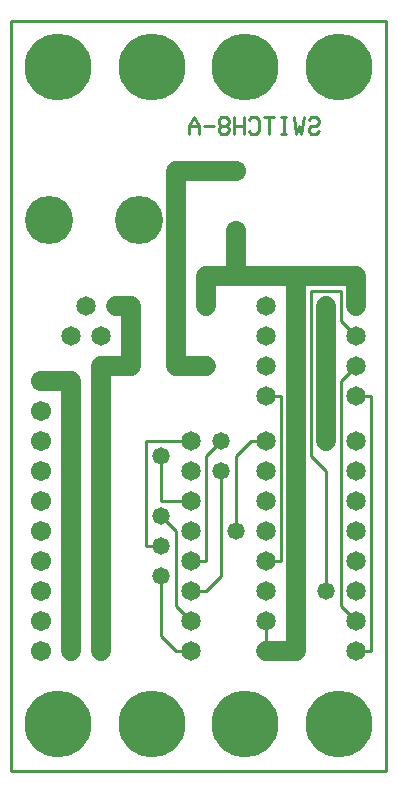
<source format=gbl>
%MOIN*%
%FSLAX25Y25*%
G04 D10 used for Character Trace; *
G04     Circle (OD=.01000) (No hole)*
G04 D11 used for Power Trace; *
G04     Circle (OD=.06700) (No hole)*
G04 D12 used for Signal Trace; *
G04     Circle (OD=.01100) (No hole)*
G04 D13 used for Via; *
G04     Circle (OD=.05800) (Round. Hole ID=.02800)*
G04 D14 used for Component hole; *
G04     Circle (OD=.06500) (Round. Hole ID=.03500)*
G04 D15 used for Component hole; *
G04     Circle (OD=.06700) (Round. Hole ID=.04300)*
G04 D16 used for Component hole; *
G04     Circle (OD=.08100) (Round. Hole ID=.05100)*
G04 D17 used for Component hole; *
G04     Circle (OD=.08900) (Round. Hole ID=.05900)*
G04 D18 used for Component hole; *
G04     Circle (OD=.11300) (Round. Hole ID=.08300)*
G04 D19 used for Component hole; *
G04     Circle (OD=.16000) (Round. Hole ID=.13000)*
G04 D20 used for Component hole; *
G04     Circle (OD=.18300) (Round. Hole ID=.15300)*
G04 D21 used for Component hole; *
G04     Circle (OD=.22291) (Round. Hole ID=.19291)*
%ADD10C,.01000*%
%ADD11C,.06700*%
%ADD12C,.01100*%
%ADD13C,.05800*%
%ADD14C,.06500*%
%ADD15C,.06700*%
%ADD16C,.08100*%
%ADD17C,.08900*%
%ADD18C,.11300*%
%ADD19C,.16000*%
%ADD20C,.18300*%
%ADD21C,.22291*%
%IPPOS*%
%LPD*%
G90*X0Y0D02*D21*X15625Y15625D03*D14*              
X30000Y40000D03*D11*Y50000D01*D14*D03*D11*        
Y60000D01*D14*D03*D11*Y70000D01*D14*D03*D11*      
Y80000D01*D14*D03*D11*Y90000D01*D14*D03*D11*      
Y100000D01*D14*D03*D11*Y110000D01*D14*D03*D11*    
Y135000D01*X40000D01*Y155000D01*X35000D01*D14*D03*
X30000Y145000D03*X25000Y155000D03*                
X20000Y145000D03*D11*X55000Y135000D02*X65000D01*  
D14*D03*D11*X55000D02*Y165000D01*D13*D03*D11*     
Y200000D01*X75000D01*D15*D03*D10*X99163Y216914D02*
X100000Y217871D01*X101674D01*X102511Y216914D01*   
Y215957D01*X101674Y215000D01*X100000D01*          
X99163Y214043D01*Y213086D01*X100000Y212129D01*    
X101674D01*X102511Y213086D01*X97511Y217871D02*    
X96674Y212129D01*X95837Y215000D01*                
X95000Y212129D01*X94163Y217871D01*                
X90837Y212129D02*Y217871D01*X91674Y212129D02*     
X90000D01*X91674Y217871D02*X90000D01*             
X85837Y212129D02*Y217871D01*X87511D02*X84163D01*  
X79163Y213086D02*X80000Y212129D01*X81674D01*      
X82511Y213086D01*Y216914D01*X81674Y217871D01*     
X80000D01*X79163Y216914D01*X77511Y212129D02*      
Y217871D01*X74163Y212129D02*Y217871D01*           
X77511Y215000D02*X74163D01*X71674D02*             
X72511Y215957D01*Y216914D01*X71674Y217871D01*     
X70000D01*X69163Y216914D01*Y215957D01*            
X70000Y215000D01*X71674D01*X72511Y214043D01*      
Y213086D01*X71674Y212129D01*X70000D01*            
X69163Y213086D01*Y214043D01*X70000Y215000D01*     
X67511D02*X64163D01*X62511Y212129D02*Y215000D01*  
X60837Y217871D01*X59163Y215000D01*Y212129D01*     
X62511Y215000D02*X59163D01*D15*X75000Y180000D03*  
D11*Y165000D01*X65000D01*Y155000D01*D14*D03*D11*  
X75000Y165000D02*X95000D01*Y40000D01*X85000D01*   
D14*D03*D12*Y50000D01*D14*D03*Y60000D03*D12*      
X65000D02*X70000Y65000D01*X60000Y60000D02*        
X65000D01*D14*X60000D03*D12*Y50000D02*            
X55000Y55000D01*D14*X60000Y50000D03*D12*          
X55000Y55000D02*Y80000D01*X50000Y85000D01*D13*D03*
D12*Y90000D02*X60000D01*D14*D03*D13*              
X70000Y100000D03*D12*Y65000D01*X60000Y70000D02*   
X65000D01*D14*X60000D03*D12*X65000D02*Y105000D01* 
X70000Y110000D01*D13*D03*D12*X75000Y80000D02*     
Y105000D01*D13*Y80000D03*D14*X85000Y70000D03*D12* 
X90000D01*Y125000D01*X85000D01*D14*D03*Y135000D03*
D12*X75000Y105000D02*X80000Y110000D01*X85000D01*  
D14*D03*Y100000D03*D12*X105000D02*                
X100000Y105000D01*X105000Y60000D02*Y100000D01*D13*
Y60000D03*D12*X115000Y50000D02*X110000Y55000D01*  
D14*X115000Y50000D03*D12*X110000Y55000D02*        
Y130000D01*X115000Y135000D01*D14*D03*Y145000D03*  
D12*X110000Y150000D01*Y160000D01*X100000D01*      
Y105000D01*D13*X105000Y110000D03*D11*Y155000D01*  
D13*D03*D11*X115000D02*Y165000D01*D14*Y155000D03* 
D11*X95000Y165000D02*X115000D01*D14*              
X85000Y155000D03*Y145000D03*X115000Y125000D03*D12*
X120000D01*Y40000D01*X115000D01*D14*D03*Y60000D03*
D21*X109375Y15625D03*D14*X115000Y70000D03*D21*    
X78125Y15625D03*D14*X115000Y80000D03*D12*X0Y0D02* 
X125000D01*X0D02*Y250000D01*X125000D01*Y0D01*D14* 
X60000Y40000D03*D12*X55000D01*X50000Y45000D01*    
Y65000D01*D13*D03*Y75000D03*D12*X45000D01*        
Y110000D01*X60000D01*D14*D03*Y100000D03*D13*      
X50000Y105000D03*D12*Y90000D01*D14*               
X60000Y80000D03*X20000Y60000D03*D11*Y50000D01*D14*
D03*D11*Y40000D01*D14*D03*D15*X10000Y50000D03*    
Y40000D03*D11*X20000Y60000D02*Y70000D01*D14*D03*  
D11*Y80000D01*D14*D03*D11*Y90000D01*D14*D03*D11*  
Y100000D01*D14*D03*D11*Y110000D01*D14*D03*D11*    
Y130000D01*X10000D01*D15*D03*Y120000D03*          
Y110000D03*Y100000D03*Y90000D03*Y80000D03*D19*    
X42500Y183500D03*X12500D03*D15*X10000Y70000D03*   
Y60000D03*D14*X85000Y80000D03*Y90000D03*D21*      
X109375Y234375D03*X78125D03*D14*X115000Y90000D03* 
D21*X46875Y234375D03*D14*X115000Y100000D03*       
Y110000D03*D21*X15625Y234375D03*X46875Y15625D03*  
M02*                                              

</source>
